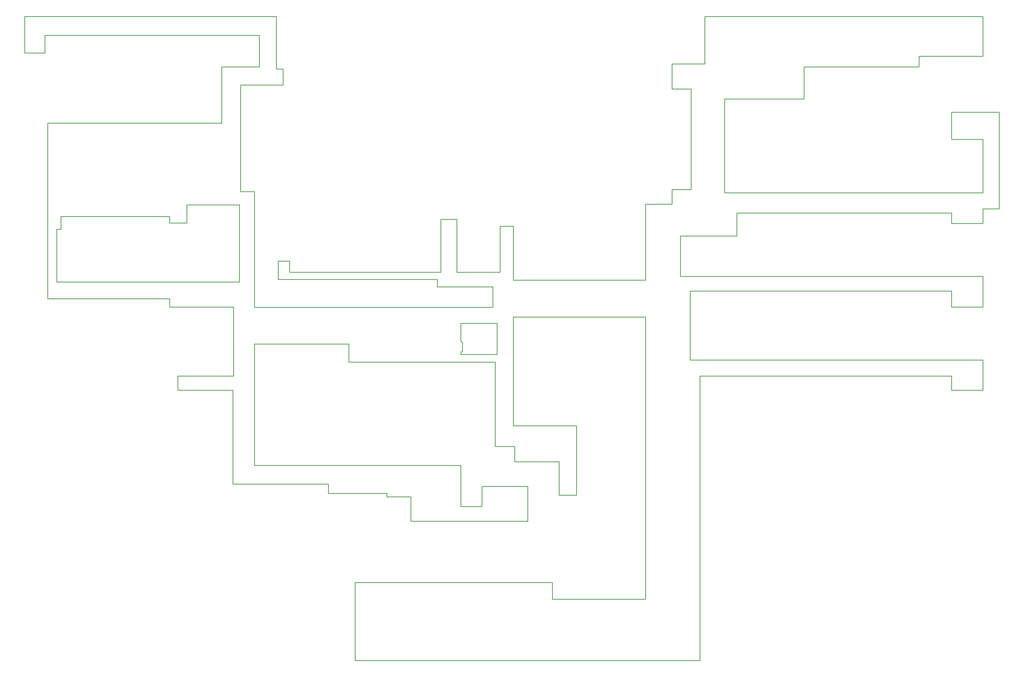
<source format=gbr>
G04 start of page 3 for group 1 idx 12 *
G04 Title: (unknown), outline *
G04 Creator: pcb 4.2.0 *
G04 CreationDate: Thu Sep 17 11:22:56 2020 UTC *
G04 For: commonadmin *
G04 Format: Gerber/RS-274X *
G04 PCB-Dimensions (mil): 18000.00 11000.00 *
G04 PCB-Coordinate-Origin: lower left *
%MOIN*%
%FSLAX25Y25*%
%LNOUTLINE*%
%ADD25C,0.0100*%
G54D25*X1040000Y584000D02*X1401000D01*
Y563500D01*
X1446000D01*
Y607000D02*X1026000D01*
X1446000Y563500D02*Y607000D01*
Y683000D02*Y727000D01*
X1026000Y607000D02*Y706000D01*
X1012000Y727000D02*Y785000D01*
X1093000D01*
X1026000Y706000D02*X1401000D01*
Y683000D01*
X1446000D01*
Y727000D02*X1012000D01*
X1093000Y818000D02*X1401000D01*
X1093000Y785000D02*Y818000D01*
X1075500Y847000D02*Y981500D01*
X1189500D01*
X1047500Y1100000D02*X1047000Y1099500D01*
Y1032000D01*
X1189500Y981500D02*Y1027500D01*
X1446000Y1100000D02*X1047500D01*
X1446000D02*Y1043000D01*
X1354500D01*
Y1027500D01*
X1189500D01*
X1047000Y1032000D02*X1000000D01*
Y996000D01*
Y851500D02*Y830500D01*
Y996000D02*X1027500D01*
Y851500D01*
X1000000D01*
X1446000Y923500D02*X1401000D01*
Y962500D01*
X1075500Y847000D02*X1446000D01*
X1401000Y818000D02*Y803000D01*
X1446000D01*
Y824000D01*
X1469500D01*
Y962500D01*
X1446000Y923500D02*Y847000D01*
X1469500Y962500D02*X1401000D01*
X668500Y733000D02*Y809000D01*
X691500D01*
Y733000D01*
X753500Y799000D02*X772500D01*
X279500Y813000D02*X123500D01*
X1000000Y830500D02*X962000D01*
X691500Y733000D02*X753500D01*
Y799000D01*
X743000Y712000D02*X663500D01*
Y722500D01*
X962000Y830500D02*Y721500D01*
X772500D01*
Y799000D01*
X451500Y749000D02*X435000D01*
X451500D02*Y733000D01*
X668500D01*
X663500Y722500D02*X435000D01*
X104500Y947000D02*Y695000D01*
X117500Y794500D02*Y719000D01*
X123500Y813000D02*Y794500D01*
X117500D01*
X100500Y1073000D02*Y1047500D01*
X71500D01*
Y1100000D01*
X354000Y947000D02*X104500D01*
X401000Y848500D02*X381000D01*
X379500Y829500D02*X304000D01*
Y803500D01*
X279500D01*
Y813000D01*
X104500Y695000D02*X279500D01*
Y683000D01*
X371000D01*
X117500Y719000D02*X379500D01*
Y829500D01*
X401000Y848500D02*Y682500D01*
X408000Y1073000D02*X100500D01*
X71500Y1100000D02*X432500D01*
X381000Y848500D02*Y1001500D01*
X442000D02*X381000D01*
X408000Y1027500D02*X354000D01*
Y947000D01*
X408000Y1073000D02*Y1027500D01*
X432500Y1100000D02*Y1024500D01*
X442000D01*
Y1001500D01*
X743000Y682500D02*Y712000D01*
X749000Y659500D02*Y615000D01*
X697000D01*
Y617500D01*
X699500Y620000D01*
Y631500D01*
X838000Y413000D02*X863000D01*
X727500Y425500D02*X793000D01*
X591000Y415500D02*X507000D01*
Y429000D01*
X370000D01*
X697000Y455500D02*X401000D01*
X697000D02*Y396500D01*
X727500D01*
Y425500D01*
X793000D02*Y375500D01*
X625500D01*
X838000Y461000D02*X774500D01*
Y483000D01*
X746500D01*
Y604000D01*
X772500Y512500D02*Y668500D01*
X435000Y722500D02*Y749000D01*
X371000Y683000D02*Y584000D01*
X370000Y429000D02*Y563500D01*
X401000Y630000D02*Y455500D01*
X699500Y631500D02*X697000Y634000D01*
Y659500D01*
X749000D02*X697000D01*
X746500Y604000D02*X536500D01*
X294000Y584000D02*X371000D01*
X536500Y630000D02*X401000D01*
X291000Y584000D02*Y563500D01*
X370000D02*X291000D01*
Y584000D02*X294500D01*
X743000Y682500D02*X401000D01*
X536500Y604000D02*Y630000D01*
X772500Y512500D02*X863000D01*
Y413000D01*
X1040000Y175500D02*Y584000D01*
X962000Y263500D02*Y668500D01*
X772500D02*X962000D01*
X625500Y375500D02*Y410500D01*
X591000D01*
Y415500D01*
X545500Y287500D02*Y175500D01*
X1040000D01*
X828500Y287500D02*X545500D01*
X962000Y263500D02*X828500D01*
Y287500D01*
X838000Y461000D02*Y413000D01*
M02*

</source>
